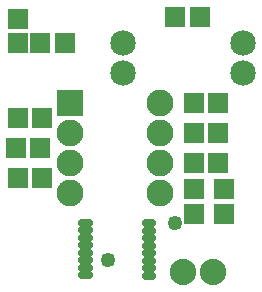
<source format=gts>
G04 MADE WITH FRITZING*
G04 WWW.FRITZING.ORG*
G04 DOUBLE SIDED*
G04 HOLES PLATED*
G04 CONTOUR ON CENTER OF CONTOUR VECTOR*
%ASAXBY*%
%FSLAX23Y23*%
%MOIN*%
%OFA0B0*%
%SFA1.0B1.0*%
%ADD10C,0.085000*%
%ADD11C,0.089370*%
%ADD12C,0.049370*%
%ADD13C,0.088000*%
%ADD14R,0.089370X0.089370*%
%ADD15R,0.065118X0.069055*%
%ADD16R,0.069055X0.065118*%
%ADD17C,0.026000*%
%LNMASK1*%
G90*
G70*
G54D10*
X592Y814D03*
X992Y814D03*
G54D11*
X417Y714D03*
X717Y714D03*
X417Y614D03*
X717Y614D03*
X417Y514D03*
X717Y514D03*
X417Y414D03*
X717Y414D03*
G54D10*
X992Y914D03*
X592Y914D03*
G54D12*
X767Y314D03*
G54D13*
X892Y151D03*
X792Y151D03*
G54D12*
X542Y189D03*
G54D14*
X417Y714D03*
G54D15*
X830Y714D03*
X910Y714D03*
X830Y614D03*
X910Y614D03*
X830Y514D03*
X910Y514D03*
G54D16*
X830Y426D03*
X830Y345D03*
X930Y426D03*
X930Y345D03*
G54D15*
X317Y914D03*
X398Y914D03*
X767Y1001D03*
X848Y1001D03*
G54D16*
X242Y914D03*
X242Y994D03*
G54D15*
X242Y664D03*
X323Y664D03*
X317Y564D03*
X236Y564D03*
X242Y464D03*
X323Y464D03*
G54D17*
X690Y138D02*
X668Y138D01*
D02*
X690Y163D02*
X668Y163D01*
D02*
X690Y188D02*
X668Y188D01*
D02*
X690Y213D02*
X668Y213D01*
D02*
X690Y238D02*
X668Y238D01*
D02*
X690Y263D02*
X668Y263D01*
D02*
X690Y288D02*
X668Y288D01*
D02*
X690Y313D02*
X668Y313D01*
D02*
X478Y314D02*
X456Y314D01*
D02*
X478Y289D02*
X456Y289D01*
D02*
X478Y264D02*
X456Y264D01*
D02*
X478Y239D02*
X456Y239D01*
D02*
X478Y214D02*
X456Y214D01*
D02*
X478Y189D02*
X456Y189D01*
D02*
X478Y164D02*
X456Y164D01*
D02*
X478Y139D02*
X456Y139D01*
G04 End of Mask1*
M02*
</source>
